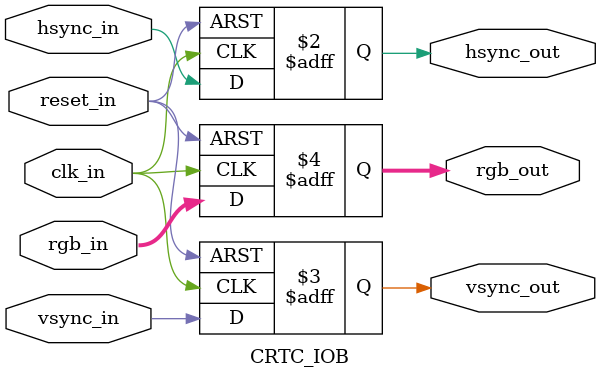
<source format=v>
module CRTC_IOB
(
    reset_in,
    clk_in,
    hsync_in,
    vsync_in,
    rgb_in,
    hsync_out,
    vsync_out,
    rgb_out
) ;

input   reset_in,
        clk_in ;

input   hsync_in,
        vsync_in ;

input   [15:4]  rgb_in ;

output          hsync_out,
                vsync_out ;
output  [15:4]  rgb_out ;

reg             hsync_out,
                vsync_out ;

reg     [15:4]  rgb_out ;

always@(posedge clk_in or posedge reset_in)
begin
    if ( reset_in )
    begin
        hsync_out <= #1 1'b0 ;
        vsync_out <= #1 1'b0 ;
        rgb_out   <= #1 12'h000 ;
    end
    else
    begin
        hsync_out <= #1 hsync_in ;
        vsync_out <= #1 vsync_in ;
        rgb_out   <= #1 rgb_in ;
    end
end
endmodule
</source>
